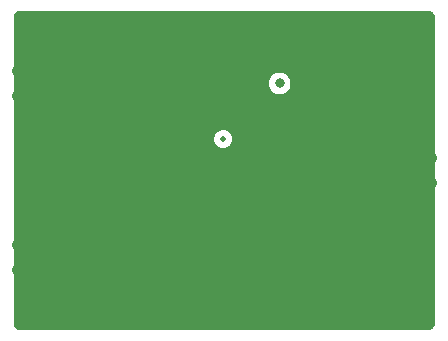
<source format=gbr>
%TF.GenerationSoftware,KiCad,Pcbnew,(6.0.2-0)*%
%TF.CreationDate,2022-03-21T23:10:47-05:00*%
%TF.ProjectId,EE515X_Project,45453531-3558-45f5-9072-6f6a6563742e,rev?*%
%TF.SameCoordinates,Original*%
%TF.FileFunction,Copper,L3,Inr*%
%TF.FilePolarity,Positive*%
%FSLAX46Y46*%
G04 Gerber Fmt 4.6, Leading zero omitted, Abs format (unit mm)*
G04 Created by KiCad (PCBNEW (6.0.2-0)) date 2022-03-21 23:10:47*
%MOMM*%
%LPD*%
G01*
G04 APERTURE LIST*
%TA.AperFunction,ComponentPad*%
%ADD10C,0.762000*%
%TD*%
%TA.AperFunction,ViaPad*%
%ADD11C,0.800000*%
%TD*%
%TA.AperFunction,ViaPad*%
%ADD12C,0.508000*%
%TD*%
G04 APERTURE END LIST*
D10*
%TO.N,GND*%
%TO.C,J2*%
X82158688Y-112826800D03*
X82158688Y-110693200D03*
X80888688Y-110693200D03*
X79618688Y-110693200D03*
X78348688Y-110693200D03*
X78348688Y-112826800D03*
X80888688Y-112826800D03*
X79618688Y-112826800D03*
%TD*%
%TO.N,GND*%
%TO.C,J1*%
X82169000Y-98094800D03*
X82169000Y-95961200D03*
X80899000Y-95961200D03*
X79629000Y-95961200D03*
X78359000Y-95961200D03*
X78359000Y-98094800D03*
X80899000Y-98094800D03*
X79629000Y-98094800D03*
%TD*%
%TO.N,GND*%
%TO.C,J3*%
X109865312Y-103327200D03*
X109865312Y-105460800D03*
X111135312Y-105460800D03*
X112405312Y-105460800D03*
X113675312Y-105460800D03*
X113675312Y-103327200D03*
X111135312Y-103327200D03*
X112405312Y-103327200D03*
%TD*%
D11*
%TO.N,GND*%
X110621668Y-96012000D03*
X107827668Y-96012000D03*
%TO.N,/IF_UNFILTERED*%
X100711000Y-97028000D03*
D12*
X95935800Y-101727000D03*
%TD*%
%TA.AperFunction,Conductor*%
%TO.N,GND*%
G36*
X113297636Y-90889920D02*
G01*
X113312437Y-90892225D01*
X113312440Y-90892225D01*
X113321309Y-90893606D01*
X113330211Y-90892442D01*
X113330213Y-90892442D01*
X113330271Y-90892434D01*
X113330310Y-90892429D01*
X113360748Y-90892158D01*
X113426515Y-90899568D01*
X113454023Y-90905847D01*
X113534591Y-90934039D01*
X113560012Y-90946281D01*
X113632293Y-90991698D01*
X113654352Y-91009290D01*
X113714710Y-91069648D01*
X113732302Y-91091707D01*
X113777719Y-91163988D01*
X113789961Y-91189409D01*
X113818153Y-91269977D01*
X113824432Y-91297483D01*
X113831102Y-91356675D01*
X113831885Y-91372322D01*
X113831776Y-91381277D01*
X113830394Y-91390151D01*
X113833194Y-91411563D01*
X113834516Y-91421672D01*
X113835580Y-91438010D01*
X113835580Y-117342251D01*
X113834080Y-117361635D01*
X113830394Y-117385309D01*
X113831558Y-117394211D01*
X113831558Y-117394213D01*
X113831571Y-117394309D01*
X113831842Y-117424748D01*
X113824432Y-117490515D01*
X113818153Y-117518023D01*
X113789961Y-117598591D01*
X113777719Y-117624012D01*
X113732302Y-117696293D01*
X113714710Y-117718352D01*
X113654352Y-117778710D01*
X113632293Y-117796302D01*
X113560012Y-117841719D01*
X113534591Y-117853961D01*
X113454023Y-117882153D01*
X113426517Y-117888432D01*
X113412348Y-117890029D01*
X113367320Y-117895102D01*
X113351678Y-117895885D01*
X113342723Y-117895776D01*
X113333849Y-117894394D01*
X113302328Y-117898516D01*
X113285990Y-117899580D01*
X78745749Y-117899580D01*
X78726364Y-117898080D01*
X78711563Y-117895775D01*
X78711560Y-117895775D01*
X78702691Y-117894394D01*
X78693789Y-117895558D01*
X78693787Y-117895558D01*
X78693729Y-117895566D01*
X78693690Y-117895571D01*
X78663252Y-117895842D01*
X78597485Y-117888432D01*
X78569977Y-117882153D01*
X78489409Y-117853961D01*
X78463988Y-117841719D01*
X78391707Y-117796302D01*
X78369648Y-117778710D01*
X78309290Y-117718352D01*
X78291698Y-117696293D01*
X78246281Y-117624012D01*
X78234039Y-117598591D01*
X78205847Y-117518023D01*
X78199568Y-117490517D01*
X78192898Y-117431325D01*
X78192115Y-117415678D01*
X78192224Y-117406723D01*
X78193606Y-117397849D01*
X78189484Y-117366327D01*
X78188420Y-117349990D01*
X78188420Y-101716286D01*
X95168550Y-101716286D01*
X95185243Y-101886536D01*
X95239240Y-102048856D01*
X95242887Y-102054878D01*
X95242888Y-102054880D01*
X95324206Y-102189154D01*
X95324209Y-102189157D01*
X95327856Y-102195180D01*
X95446689Y-102318234D01*
X95589830Y-102411903D01*
X95596434Y-102414359D01*
X95596436Y-102414360D01*
X95743557Y-102469074D01*
X95743559Y-102469074D01*
X95750167Y-102471532D01*
X95829254Y-102482085D01*
X95912749Y-102493226D01*
X95912753Y-102493226D01*
X95919730Y-102494157D01*
X95926741Y-102493519D01*
X95926745Y-102493519D01*
X96083073Y-102479292D01*
X96083075Y-102479292D01*
X96090092Y-102478653D01*
X96096790Y-102476477D01*
X96096793Y-102476476D01*
X96246089Y-102427966D01*
X96246091Y-102427965D01*
X96252785Y-102425790D01*
X96399724Y-102338197D01*
X96523605Y-102220227D01*
X96536879Y-102200249D01*
X96614370Y-102083614D01*
X96618271Y-102077743D01*
X96679018Y-101917826D01*
X96702826Y-101748425D01*
X96703125Y-101727000D01*
X96684056Y-101557000D01*
X96627799Y-101395450D01*
X96537148Y-101250378D01*
X96523959Y-101237096D01*
X96421572Y-101133992D01*
X96416609Y-101128994D01*
X96351339Y-101087573D01*
X96278116Y-101041104D01*
X96278113Y-101041102D01*
X96272173Y-101037333D01*
X96265540Y-101034971D01*
X96117654Y-100982311D01*
X96117649Y-100982310D01*
X96111019Y-100979949D01*
X96104031Y-100979116D01*
X96104028Y-100979115D01*
X95988455Y-100965334D01*
X95941157Y-100959694D01*
X95934154Y-100960430D01*
X95934153Y-100960430D01*
X95889758Y-100965096D01*
X95771028Y-100977575D01*
X95760871Y-100981033D01*
X95615756Y-101030434D01*
X95615753Y-101030435D01*
X95609089Y-101032704D01*
X95463388Y-101122340D01*
X95458357Y-101127267D01*
X95458354Y-101127269D01*
X95451489Y-101133992D01*
X95341166Y-101242028D01*
X95337347Y-101247953D01*
X95337346Y-101247955D01*
X95331935Y-101256352D01*
X95248498Y-101385820D01*
X95246087Y-101392443D01*
X95246086Y-101392446D01*
X95192400Y-101539947D01*
X95192399Y-101539952D01*
X95189990Y-101546570D01*
X95168550Y-101716286D01*
X78188420Y-101716286D01*
X78188420Y-97028000D01*
X99797496Y-97028000D01*
X99817458Y-97217928D01*
X99876473Y-97399556D01*
X99971960Y-97564944D01*
X100099747Y-97706866D01*
X100254248Y-97819118D01*
X100260276Y-97821802D01*
X100260278Y-97821803D01*
X100422681Y-97894109D01*
X100428712Y-97896794D01*
X100522112Y-97916647D01*
X100609056Y-97935128D01*
X100609061Y-97935128D01*
X100615513Y-97936500D01*
X100806487Y-97936500D01*
X100812939Y-97935128D01*
X100812944Y-97935128D01*
X100899888Y-97916647D01*
X100993288Y-97896794D01*
X100999319Y-97894109D01*
X101161722Y-97821803D01*
X101161724Y-97821802D01*
X101167752Y-97819118D01*
X101322253Y-97706866D01*
X101450040Y-97564944D01*
X101545527Y-97399556D01*
X101604542Y-97217928D01*
X101624504Y-97028000D01*
X101604542Y-96838072D01*
X101545527Y-96656444D01*
X101450040Y-96491056D01*
X101322253Y-96349134D01*
X101167752Y-96236882D01*
X101161724Y-96234198D01*
X101161722Y-96234197D01*
X100999319Y-96161891D01*
X100999318Y-96161891D01*
X100993288Y-96159206D01*
X100899888Y-96139353D01*
X100812944Y-96120872D01*
X100812939Y-96120872D01*
X100806487Y-96119500D01*
X100615513Y-96119500D01*
X100609061Y-96120872D01*
X100609056Y-96120872D01*
X100522112Y-96139353D01*
X100428712Y-96159206D01*
X100422682Y-96161891D01*
X100422681Y-96161891D01*
X100260278Y-96234197D01*
X100260276Y-96234198D01*
X100254248Y-96236882D01*
X100099747Y-96349134D01*
X99971960Y-96491056D01*
X99876473Y-96656444D01*
X99817458Y-96838072D01*
X99797496Y-97028000D01*
X78188420Y-97028000D01*
X78188420Y-91445749D01*
X78189920Y-91426364D01*
X78192225Y-91411563D01*
X78192225Y-91411560D01*
X78193606Y-91402691D01*
X78192429Y-91393690D01*
X78192158Y-91363252D01*
X78199568Y-91297485D01*
X78205847Y-91269977D01*
X78234039Y-91189409D01*
X78246281Y-91163988D01*
X78291698Y-91091707D01*
X78309290Y-91069648D01*
X78369648Y-91009290D01*
X78391707Y-90991698D01*
X78463988Y-90946281D01*
X78489409Y-90934039D01*
X78569977Y-90905847D01*
X78597483Y-90899568D01*
X78611652Y-90897971D01*
X78656680Y-90892898D01*
X78672322Y-90892115D01*
X78681277Y-90892224D01*
X78690151Y-90893606D01*
X78721673Y-90889484D01*
X78738010Y-90888420D01*
X113278251Y-90888420D01*
X113297636Y-90889920D01*
G37*
%TD.AperFunction*%
%TD*%
M02*

</source>
